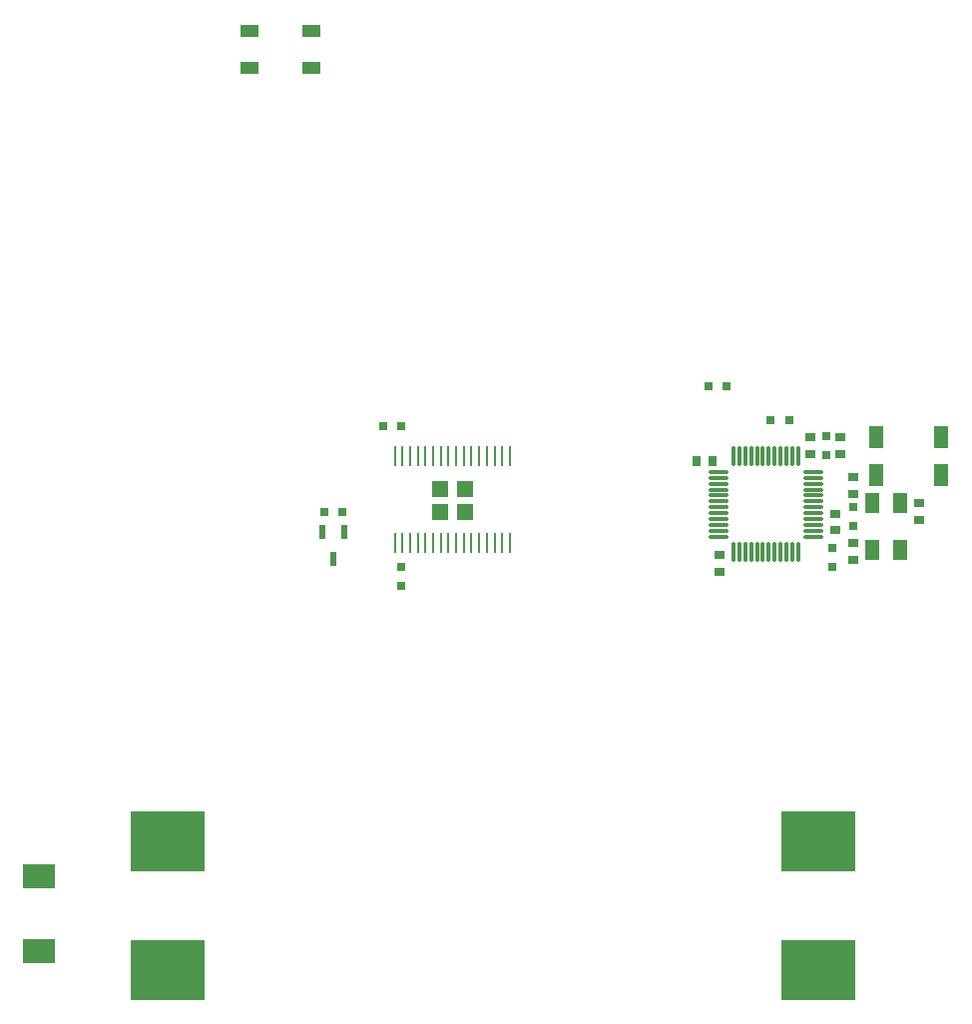
<source format=gbr>
G04*
G04 #@! TF.GenerationSoftware,Altium Limited,Altium Designer,20.2.6 (244)*
G04*
G04 Layer_Color=128*
%FSLAX44Y44*%
%MOMM*%
G71*
G04*
G04 #@! TF.SameCoordinates,0F27BA18-1C3A-4387-AE1D-EB8F93CB1518*
G04*
G04*
G04 #@! TF.FilePolarity,Positive*
G04*
G01*
G75*
%ADD19R,6.3500X5.0800*%
%ADD20R,0.9000X0.8000*%
%ADD21R,0.8000X0.8000*%
%ADD22R,0.8000X0.8000*%
%ADD25O,1.8000X0.3000*%
%ADD26O,0.3000X1.8000*%
%ADD27R,0.8000X0.9000*%
%ADD28R,2.7000X2.1000*%
%ADD29R,1.2000X1.8000*%
%ADD30R,1.3000X1.9000*%
%ADD31R,1.5500X1.0000*%
%ADD32R,0.6000X1.1500*%
%ADD49R,1.4250X1.3500*%
%ADD50R,0.2000X1.7000*%
D19*
X2509260Y1410340D02*
D03*
Y1301240D02*
D03*
X1957860D02*
D03*
Y1410340D02*
D03*
D20*
X2539000Y1663000D02*
D03*
Y1649000D02*
D03*
Y1719000D02*
D03*
Y1705000D02*
D03*
X2528000Y1753000D02*
D03*
Y1739000D02*
D03*
X2524000Y1688000D02*
D03*
Y1674000D02*
D03*
X2503000Y1753000D02*
D03*
Y1739000D02*
D03*
X2426000Y1639000D02*
D03*
Y1653000D02*
D03*
X2595000Y1683000D02*
D03*
Y1697000D02*
D03*
D21*
X2539000Y1678000D02*
D03*
Y1694000D02*
D03*
X2156000Y1627000D02*
D03*
Y1643000D02*
D03*
X2516000Y1754000D02*
D03*
Y1738000D02*
D03*
X2521000Y1659000D02*
D03*
Y1643000D02*
D03*
D22*
X2485000Y1767000D02*
D03*
X2469000D02*
D03*
X2432000Y1796000D02*
D03*
X2416000D02*
D03*
X2156000Y1761931D02*
D03*
X2140000D02*
D03*
X2090000Y1689543D02*
D03*
X2106000D02*
D03*
D25*
X2505500Y1723500D02*
D03*
Y1718500D02*
D03*
Y1713500D02*
D03*
Y1708500D02*
D03*
Y1703500D02*
D03*
Y1698500D02*
D03*
Y1693500D02*
D03*
Y1688500D02*
D03*
Y1683500D02*
D03*
Y1678500D02*
D03*
Y1673500D02*
D03*
Y1668500D02*
D03*
X2424500D02*
D03*
Y1673500D02*
D03*
Y1678500D02*
D03*
Y1683500D02*
D03*
Y1688500D02*
D03*
Y1693500D02*
D03*
Y1698500D02*
D03*
Y1703500D02*
D03*
Y1708500D02*
D03*
Y1713500D02*
D03*
Y1718500D02*
D03*
Y1723500D02*
D03*
D26*
X2492500Y1655500D02*
D03*
X2487500D02*
D03*
X2482500D02*
D03*
X2477500D02*
D03*
X2472500D02*
D03*
X2467500D02*
D03*
X2462500D02*
D03*
X2457500D02*
D03*
X2452500D02*
D03*
X2447500D02*
D03*
X2442500D02*
D03*
X2437500D02*
D03*
Y1736500D02*
D03*
X2442500D02*
D03*
X2447500D02*
D03*
X2452500D02*
D03*
X2457500D02*
D03*
X2462500D02*
D03*
X2467500D02*
D03*
X2472500D02*
D03*
X2477500D02*
D03*
X2482500D02*
D03*
X2487500D02*
D03*
X2492500D02*
D03*
D27*
X2406000Y1733000D02*
D03*
X2420000D02*
D03*
D28*
X1848360Y1380880D02*
D03*
Y1316880D02*
D03*
D29*
X2579000Y1657000D02*
D03*
Y1697000D02*
D03*
X2555000D02*
D03*
Y1657000D02*
D03*
D30*
X2558500Y1753000D02*
D03*
X2613500D02*
D03*
Y1721000D02*
D03*
X2558500D02*
D03*
D31*
X2079250Y2098000D02*
D03*
X2026750D02*
D03*
Y2066000D02*
D03*
X2079250D02*
D03*
D32*
X2098000Y1649750D02*
D03*
X2107500Y1672250D02*
D03*
X2088500D02*
D03*
D49*
X2188875Y1689500D02*
D03*
X2188875Y1709250D02*
D03*
X2209625Y1709250D02*
D03*
X2209625Y1689500D02*
D03*
D50*
X2150250Y1737000D02*
D03*
X2156750D02*
D03*
X2163250D02*
D03*
X2169750D02*
D03*
X2176250D02*
D03*
X2182750D02*
D03*
X2189250D02*
D03*
X2195750D02*
D03*
X2202250D02*
D03*
X2208750D02*
D03*
X2215250D02*
D03*
X2221750D02*
D03*
X2228250D02*
D03*
X2234750D02*
D03*
X2241250D02*
D03*
X2247750D02*
D03*
Y1663000D02*
D03*
X2241250D02*
D03*
X2234750D02*
D03*
X2228250D02*
D03*
X2221750D02*
D03*
X2215250D02*
D03*
X2208750D02*
D03*
X2202250D02*
D03*
X2195750D02*
D03*
X2189250D02*
D03*
X2182750D02*
D03*
X2176250D02*
D03*
X2169750D02*
D03*
X2163250D02*
D03*
X2156750D02*
D03*
X2150250D02*
D03*
M02*

</source>
